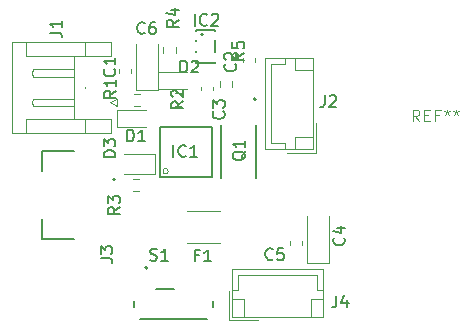
<source format=gbr>
%TF.GenerationSoftware,KiCad,Pcbnew,7.0.6*%
%TF.CreationDate,2023-09-18T21:36:18+08:00*%
%TF.ProjectId,UPS_Lite_Pi_Zero_Form,5550535f-4c69-4746-955f-50695f5a6572,rev?*%
%TF.SameCoordinates,Original*%
%TF.FileFunction,Legend,Top*%
%TF.FilePolarity,Positive*%
%FSLAX46Y46*%
G04 Gerber Fmt 4.6, Leading zero omitted, Abs format (unit mm)*
G04 Created by KiCad (PCBNEW 7.0.6) date 2023-09-18 21:36:18*
%MOMM*%
%LPD*%
G01*
G04 APERTURE LIST*
%ADD10C,0.150000*%
%ADD11C,0.200000*%
%ADD12C,0.100000*%
%ADD13C,0.254000*%
%ADD14C,0.120000*%
%ADD15C,0.127000*%
%ADD16C,0.152400*%
G04 APERTURE END LIST*
D10*
X89904819Y-105416666D02*
X89428628Y-105749999D01*
X89904819Y-105988094D02*
X88904819Y-105988094D01*
X88904819Y-105988094D02*
X88904819Y-105607142D01*
X88904819Y-105607142D02*
X88952438Y-105511904D01*
X88952438Y-105511904D02*
X89000057Y-105464285D01*
X89000057Y-105464285D02*
X89095295Y-105416666D01*
X89095295Y-105416666D02*
X89238152Y-105416666D01*
X89238152Y-105416666D02*
X89333390Y-105464285D01*
X89333390Y-105464285D02*
X89381009Y-105511904D01*
X89381009Y-105511904D02*
X89428628Y-105607142D01*
X89428628Y-105607142D02*
X89428628Y-105988094D01*
X88904819Y-105083332D02*
X88904819Y-104464285D01*
X88904819Y-104464285D02*
X89285771Y-104797618D01*
X89285771Y-104797618D02*
X89285771Y-104654761D01*
X89285771Y-104654761D02*
X89333390Y-104559523D01*
X89333390Y-104559523D02*
X89381009Y-104511904D01*
X89381009Y-104511904D02*
X89476247Y-104464285D01*
X89476247Y-104464285D02*
X89714342Y-104464285D01*
X89714342Y-104464285D02*
X89809580Y-104511904D01*
X89809580Y-104511904D02*
X89857200Y-104559523D01*
X89857200Y-104559523D02*
X89904819Y-104654761D01*
X89904819Y-104654761D02*
X89904819Y-104940475D01*
X89904819Y-104940475D02*
X89857200Y-105035713D01*
X89857200Y-105035713D02*
X89809580Y-105083332D01*
D11*
X100547457Y-100695238D02*
X100499838Y-100790476D01*
X100499838Y-100790476D02*
X100404600Y-100885714D01*
X100404600Y-100885714D02*
X100261742Y-101028571D01*
X100261742Y-101028571D02*
X100214123Y-101123809D01*
X100214123Y-101123809D02*
X100214123Y-101219047D01*
X100452219Y-101171428D02*
X100404600Y-101266666D01*
X100404600Y-101266666D02*
X100309361Y-101361904D01*
X100309361Y-101361904D02*
X100118885Y-101409523D01*
X100118885Y-101409523D02*
X99785552Y-101409523D01*
X99785552Y-101409523D02*
X99595076Y-101361904D01*
X99595076Y-101361904D02*
X99499838Y-101266666D01*
X99499838Y-101266666D02*
X99452219Y-101171428D01*
X99452219Y-101171428D02*
X99452219Y-100980952D01*
X99452219Y-100980952D02*
X99499838Y-100885714D01*
X99499838Y-100885714D02*
X99595076Y-100790476D01*
X99595076Y-100790476D02*
X99785552Y-100742857D01*
X99785552Y-100742857D02*
X100118885Y-100742857D01*
X100118885Y-100742857D02*
X100309361Y-100790476D01*
X100309361Y-100790476D02*
X100404600Y-100885714D01*
X100404600Y-100885714D02*
X100452219Y-100980952D01*
X100452219Y-100980952D02*
X100452219Y-101171428D01*
X100452219Y-99790476D02*
X100452219Y-100361904D01*
X100452219Y-100076190D02*
X99452219Y-100076190D01*
X99452219Y-100076190D02*
X99595076Y-100171428D01*
X99595076Y-100171428D02*
X99690314Y-100266666D01*
X99690314Y-100266666D02*
X99737933Y-100361904D01*
D10*
X89504819Y-101188094D02*
X88504819Y-101188094D01*
X88504819Y-101188094D02*
X88504819Y-100949999D01*
X88504819Y-100949999D02*
X88552438Y-100807142D01*
X88552438Y-100807142D02*
X88647676Y-100711904D01*
X88647676Y-100711904D02*
X88742914Y-100664285D01*
X88742914Y-100664285D02*
X88933390Y-100616666D01*
X88933390Y-100616666D02*
X89076247Y-100616666D01*
X89076247Y-100616666D02*
X89266723Y-100664285D01*
X89266723Y-100664285D02*
X89361961Y-100711904D01*
X89361961Y-100711904D02*
X89457200Y-100807142D01*
X89457200Y-100807142D02*
X89504819Y-100949999D01*
X89504819Y-100949999D02*
X89504819Y-101188094D01*
X88504819Y-100283332D02*
X88504819Y-99664285D01*
X88504819Y-99664285D02*
X88885771Y-99997618D01*
X88885771Y-99997618D02*
X88885771Y-99854761D01*
X88885771Y-99854761D02*
X88933390Y-99759523D01*
X88933390Y-99759523D02*
X88981009Y-99711904D01*
X88981009Y-99711904D02*
X89076247Y-99664285D01*
X89076247Y-99664285D02*
X89314342Y-99664285D01*
X89314342Y-99664285D02*
X89409580Y-99711904D01*
X89409580Y-99711904D02*
X89457200Y-99759523D01*
X89457200Y-99759523D02*
X89504819Y-99854761D01*
X89504819Y-99854761D02*
X89504819Y-100140475D01*
X89504819Y-100140475D02*
X89457200Y-100235713D01*
X89457200Y-100235713D02*
X89409580Y-100283332D01*
X89554819Y-95566666D02*
X89078628Y-95899999D01*
X89554819Y-96138094D02*
X88554819Y-96138094D01*
X88554819Y-96138094D02*
X88554819Y-95757142D01*
X88554819Y-95757142D02*
X88602438Y-95661904D01*
X88602438Y-95661904D02*
X88650057Y-95614285D01*
X88650057Y-95614285D02*
X88745295Y-95566666D01*
X88745295Y-95566666D02*
X88888152Y-95566666D01*
X88888152Y-95566666D02*
X88983390Y-95614285D01*
X88983390Y-95614285D02*
X89031009Y-95661904D01*
X89031009Y-95661904D02*
X89078628Y-95757142D01*
X89078628Y-95757142D02*
X89078628Y-96138094D01*
X89554819Y-94614285D02*
X89554819Y-95185713D01*
X89554819Y-94899999D02*
X88554819Y-94899999D01*
X88554819Y-94899999D02*
X88697676Y-94995237D01*
X88697676Y-94995237D02*
X88792914Y-95090475D01*
X88792914Y-95090475D02*
X88840533Y-95185713D01*
X95254819Y-96466666D02*
X94778628Y-96799999D01*
X95254819Y-97038094D02*
X94254819Y-97038094D01*
X94254819Y-97038094D02*
X94254819Y-96657142D01*
X94254819Y-96657142D02*
X94302438Y-96561904D01*
X94302438Y-96561904D02*
X94350057Y-96514285D01*
X94350057Y-96514285D02*
X94445295Y-96466666D01*
X94445295Y-96466666D02*
X94588152Y-96466666D01*
X94588152Y-96466666D02*
X94683390Y-96514285D01*
X94683390Y-96514285D02*
X94731009Y-96561904D01*
X94731009Y-96561904D02*
X94778628Y-96657142D01*
X94778628Y-96657142D02*
X94778628Y-97038094D01*
X94350057Y-96085713D02*
X94302438Y-96038094D01*
X94302438Y-96038094D02*
X94254819Y-95942856D01*
X94254819Y-95942856D02*
X94254819Y-95704761D01*
X94254819Y-95704761D02*
X94302438Y-95609523D01*
X94302438Y-95609523D02*
X94350057Y-95561904D01*
X94350057Y-95561904D02*
X94445295Y-95514285D01*
X94445295Y-95514285D02*
X94540533Y-95514285D01*
X94540533Y-95514285D02*
X94683390Y-95561904D01*
X94683390Y-95561904D02*
X95254819Y-96133332D01*
X95254819Y-96133332D02*
X95254819Y-95514285D01*
X89409580Y-93716666D02*
X89457200Y-93764285D01*
X89457200Y-93764285D02*
X89504819Y-93907142D01*
X89504819Y-93907142D02*
X89504819Y-94002380D01*
X89504819Y-94002380D02*
X89457200Y-94145237D01*
X89457200Y-94145237D02*
X89361961Y-94240475D01*
X89361961Y-94240475D02*
X89266723Y-94288094D01*
X89266723Y-94288094D02*
X89076247Y-94335713D01*
X89076247Y-94335713D02*
X88933390Y-94335713D01*
X88933390Y-94335713D02*
X88742914Y-94288094D01*
X88742914Y-94288094D02*
X88647676Y-94240475D01*
X88647676Y-94240475D02*
X88552438Y-94145237D01*
X88552438Y-94145237D02*
X88504819Y-94002380D01*
X88504819Y-94002380D02*
X88504819Y-93907142D01*
X88504819Y-93907142D02*
X88552438Y-93764285D01*
X88552438Y-93764285D02*
X88600057Y-93716666D01*
X89504819Y-92764285D02*
X89504819Y-93335713D01*
X89504819Y-93049999D02*
X88504819Y-93049999D01*
X88504819Y-93049999D02*
X88647676Y-93145237D01*
X88647676Y-93145237D02*
X88742914Y-93240475D01*
X88742914Y-93240475D02*
X88790533Y-93335713D01*
X98659580Y-97316666D02*
X98707200Y-97364285D01*
X98707200Y-97364285D02*
X98754819Y-97507142D01*
X98754819Y-97507142D02*
X98754819Y-97602380D01*
X98754819Y-97602380D02*
X98707200Y-97745237D01*
X98707200Y-97745237D02*
X98611961Y-97840475D01*
X98611961Y-97840475D02*
X98516723Y-97888094D01*
X98516723Y-97888094D02*
X98326247Y-97935713D01*
X98326247Y-97935713D02*
X98183390Y-97935713D01*
X98183390Y-97935713D02*
X97992914Y-97888094D01*
X97992914Y-97888094D02*
X97897676Y-97840475D01*
X97897676Y-97840475D02*
X97802438Y-97745237D01*
X97802438Y-97745237D02*
X97754819Y-97602380D01*
X97754819Y-97602380D02*
X97754819Y-97507142D01*
X97754819Y-97507142D02*
X97802438Y-97364285D01*
X97802438Y-97364285D02*
X97850057Y-97316666D01*
X97754819Y-96983332D02*
X97754819Y-96364285D01*
X97754819Y-96364285D02*
X98135771Y-96697618D01*
X98135771Y-96697618D02*
X98135771Y-96554761D01*
X98135771Y-96554761D02*
X98183390Y-96459523D01*
X98183390Y-96459523D02*
X98231009Y-96411904D01*
X98231009Y-96411904D02*
X98326247Y-96364285D01*
X98326247Y-96364285D02*
X98564342Y-96364285D01*
X98564342Y-96364285D02*
X98659580Y-96411904D01*
X98659580Y-96411904D02*
X98707200Y-96459523D01*
X98707200Y-96459523D02*
X98754819Y-96554761D01*
X98754819Y-96554761D02*
X98754819Y-96840475D01*
X98754819Y-96840475D02*
X98707200Y-96935713D01*
X98707200Y-96935713D02*
X98659580Y-96983332D01*
X108216666Y-112904819D02*
X108216666Y-113619104D01*
X108216666Y-113619104D02*
X108169047Y-113761961D01*
X108169047Y-113761961D02*
X108073809Y-113857200D01*
X108073809Y-113857200D02*
X107930952Y-113904819D01*
X107930952Y-113904819D02*
X107835714Y-113904819D01*
X109121428Y-113238152D02*
X109121428Y-113904819D01*
X108883333Y-112857200D02*
X108645238Y-113571485D01*
X108645238Y-113571485D02*
X109264285Y-113571485D01*
X88254819Y-109733333D02*
X88969104Y-109733333D01*
X88969104Y-109733333D02*
X89111961Y-109780952D01*
X89111961Y-109780952D02*
X89207200Y-109876190D01*
X89207200Y-109876190D02*
X89254819Y-110019047D01*
X89254819Y-110019047D02*
X89254819Y-110114285D01*
X88254819Y-109352380D02*
X88254819Y-108733333D01*
X88254819Y-108733333D02*
X88635771Y-109066666D01*
X88635771Y-109066666D02*
X88635771Y-108923809D01*
X88635771Y-108923809D02*
X88683390Y-108828571D01*
X88683390Y-108828571D02*
X88731009Y-108780952D01*
X88731009Y-108780952D02*
X88826247Y-108733333D01*
X88826247Y-108733333D02*
X89064342Y-108733333D01*
X89064342Y-108733333D02*
X89159580Y-108780952D01*
X89159580Y-108780952D02*
X89207200Y-108828571D01*
X89207200Y-108828571D02*
X89254819Y-108923809D01*
X89254819Y-108923809D02*
X89254819Y-109209523D01*
X89254819Y-109209523D02*
X89207200Y-109304761D01*
X89207200Y-109304761D02*
X89159580Y-109352380D01*
X94854819Y-89566666D02*
X94378628Y-89899999D01*
X94854819Y-90138094D02*
X93854819Y-90138094D01*
X93854819Y-90138094D02*
X93854819Y-89757142D01*
X93854819Y-89757142D02*
X93902438Y-89661904D01*
X93902438Y-89661904D02*
X93950057Y-89614285D01*
X93950057Y-89614285D02*
X94045295Y-89566666D01*
X94045295Y-89566666D02*
X94188152Y-89566666D01*
X94188152Y-89566666D02*
X94283390Y-89614285D01*
X94283390Y-89614285D02*
X94331009Y-89661904D01*
X94331009Y-89661904D02*
X94378628Y-89757142D01*
X94378628Y-89757142D02*
X94378628Y-90138094D01*
X94188152Y-88709523D02*
X94854819Y-88709523D01*
X93807200Y-88947618D02*
X94521485Y-89185713D01*
X94521485Y-89185713D02*
X94521485Y-88566666D01*
D11*
X96223810Y-90052219D02*
X96223810Y-89052219D01*
X97271428Y-89956980D02*
X97223809Y-90004600D01*
X97223809Y-90004600D02*
X97080952Y-90052219D01*
X97080952Y-90052219D02*
X96985714Y-90052219D01*
X96985714Y-90052219D02*
X96842857Y-90004600D01*
X96842857Y-90004600D02*
X96747619Y-89909361D01*
X96747619Y-89909361D02*
X96700000Y-89814123D01*
X96700000Y-89814123D02*
X96652381Y-89623647D01*
X96652381Y-89623647D02*
X96652381Y-89480790D01*
X96652381Y-89480790D02*
X96700000Y-89290314D01*
X96700000Y-89290314D02*
X96747619Y-89195076D01*
X96747619Y-89195076D02*
X96842857Y-89099838D01*
X96842857Y-89099838D02*
X96985714Y-89052219D01*
X96985714Y-89052219D02*
X97080952Y-89052219D01*
X97080952Y-89052219D02*
X97223809Y-89099838D01*
X97223809Y-89099838D02*
X97271428Y-89147457D01*
X97652381Y-89147457D02*
X97700000Y-89099838D01*
X97700000Y-89099838D02*
X97795238Y-89052219D01*
X97795238Y-89052219D02*
X98033333Y-89052219D01*
X98033333Y-89052219D02*
X98128571Y-89099838D01*
X98128571Y-89099838D02*
X98176190Y-89147457D01*
X98176190Y-89147457D02*
X98223809Y-89242695D01*
X98223809Y-89242695D02*
X98223809Y-89337933D01*
X98223809Y-89337933D02*
X98176190Y-89480790D01*
X98176190Y-89480790D02*
X97604762Y-90052219D01*
X97604762Y-90052219D02*
X98223809Y-90052219D01*
D10*
X91983333Y-90659580D02*
X91935714Y-90707200D01*
X91935714Y-90707200D02*
X91792857Y-90754819D01*
X91792857Y-90754819D02*
X91697619Y-90754819D01*
X91697619Y-90754819D02*
X91554762Y-90707200D01*
X91554762Y-90707200D02*
X91459524Y-90611961D01*
X91459524Y-90611961D02*
X91411905Y-90516723D01*
X91411905Y-90516723D02*
X91364286Y-90326247D01*
X91364286Y-90326247D02*
X91364286Y-90183390D01*
X91364286Y-90183390D02*
X91411905Y-89992914D01*
X91411905Y-89992914D02*
X91459524Y-89897676D01*
X91459524Y-89897676D02*
X91554762Y-89802438D01*
X91554762Y-89802438D02*
X91697619Y-89754819D01*
X91697619Y-89754819D02*
X91792857Y-89754819D01*
X91792857Y-89754819D02*
X91935714Y-89802438D01*
X91935714Y-89802438D02*
X91983333Y-89850057D01*
X92840476Y-89754819D02*
X92650000Y-89754819D01*
X92650000Y-89754819D02*
X92554762Y-89802438D01*
X92554762Y-89802438D02*
X92507143Y-89850057D01*
X92507143Y-89850057D02*
X92411905Y-89992914D01*
X92411905Y-89992914D02*
X92364286Y-90183390D01*
X92364286Y-90183390D02*
X92364286Y-90564342D01*
X92364286Y-90564342D02*
X92411905Y-90659580D01*
X92411905Y-90659580D02*
X92459524Y-90707200D01*
X92459524Y-90707200D02*
X92554762Y-90754819D01*
X92554762Y-90754819D02*
X92745238Y-90754819D01*
X92745238Y-90754819D02*
X92840476Y-90707200D01*
X92840476Y-90707200D02*
X92888095Y-90659580D01*
X92888095Y-90659580D02*
X92935714Y-90564342D01*
X92935714Y-90564342D02*
X92935714Y-90326247D01*
X92935714Y-90326247D02*
X92888095Y-90231009D01*
X92888095Y-90231009D02*
X92840476Y-90183390D01*
X92840476Y-90183390D02*
X92745238Y-90135771D01*
X92745238Y-90135771D02*
X92554762Y-90135771D01*
X92554762Y-90135771D02*
X92459524Y-90183390D01*
X92459524Y-90183390D02*
X92411905Y-90231009D01*
X92411905Y-90231009D02*
X92364286Y-90326247D01*
X99649580Y-93306666D02*
X99697200Y-93354285D01*
X99697200Y-93354285D02*
X99744819Y-93497142D01*
X99744819Y-93497142D02*
X99744819Y-93592380D01*
X99744819Y-93592380D02*
X99697200Y-93735237D01*
X99697200Y-93735237D02*
X99601961Y-93830475D01*
X99601961Y-93830475D02*
X99506723Y-93878094D01*
X99506723Y-93878094D02*
X99316247Y-93925713D01*
X99316247Y-93925713D02*
X99173390Y-93925713D01*
X99173390Y-93925713D02*
X98982914Y-93878094D01*
X98982914Y-93878094D02*
X98887676Y-93830475D01*
X98887676Y-93830475D02*
X98792438Y-93735237D01*
X98792438Y-93735237D02*
X98744819Y-93592380D01*
X98744819Y-93592380D02*
X98744819Y-93497142D01*
X98744819Y-93497142D02*
X98792438Y-93354285D01*
X98792438Y-93354285D02*
X98840057Y-93306666D01*
X98840057Y-92925713D02*
X98792438Y-92878094D01*
X98792438Y-92878094D02*
X98744819Y-92782856D01*
X98744819Y-92782856D02*
X98744819Y-92544761D01*
X98744819Y-92544761D02*
X98792438Y-92449523D01*
X98792438Y-92449523D02*
X98840057Y-92401904D01*
X98840057Y-92401904D02*
X98935295Y-92354285D01*
X98935295Y-92354285D02*
X99030533Y-92354285D01*
X99030533Y-92354285D02*
X99173390Y-92401904D01*
X99173390Y-92401904D02*
X99744819Y-92973332D01*
X99744819Y-92973332D02*
X99744819Y-92354285D01*
D12*
X115250776Y-98157419D02*
X114917443Y-97681228D01*
X114679348Y-98157419D02*
X114679348Y-97157419D01*
X114679348Y-97157419D02*
X115060300Y-97157419D01*
X115060300Y-97157419D02*
X115155538Y-97205038D01*
X115155538Y-97205038D02*
X115203157Y-97252657D01*
X115203157Y-97252657D02*
X115250776Y-97347895D01*
X115250776Y-97347895D02*
X115250776Y-97490752D01*
X115250776Y-97490752D02*
X115203157Y-97585990D01*
X115203157Y-97585990D02*
X115155538Y-97633609D01*
X115155538Y-97633609D02*
X115060300Y-97681228D01*
X115060300Y-97681228D02*
X114679348Y-97681228D01*
X115679348Y-97633609D02*
X116012681Y-97633609D01*
X116155538Y-98157419D02*
X115679348Y-98157419D01*
X115679348Y-98157419D02*
X115679348Y-97157419D01*
X115679348Y-97157419D02*
X116155538Y-97157419D01*
X116917443Y-97633609D02*
X116584110Y-97633609D01*
X116584110Y-98157419D02*
X116584110Y-97157419D01*
X116584110Y-97157419D02*
X117060300Y-97157419D01*
X117584110Y-97157419D02*
X117584110Y-97395514D01*
X117346015Y-97300276D02*
X117584110Y-97395514D01*
X117584110Y-97395514D02*
X117822205Y-97300276D01*
X117441253Y-97585990D02*
X117584110Y-97395514D01*
X117584110Y-97395514D02*
X117726967Y-97585990D01*
X118346015Y-97157419D02*
X118346015Y-97395514D01*
X118107920Y-97300276D02*
X118346015Y-97395514D01*
X118346015Y-97395514D02*
X118584110Y-97300276D01*
X118203158Y-97585990D02*
X118346015Y-97395514D01*
X118346015Y-97395514D02*
X118488872Y-97585990D01*
D13*
D10*
X90511905Y-99854819D02*
X90511905Y-98854819D01*
X90511905Y-98854819D02*
X90750000Y-98854819D01*
X90750000Y-98854819D02*
X90892857Y-98902438D01*
X90892857Y-98902438D02*
X90988095Y-98997676D01*
X90988095Y-98997676D02*
X91035714Y-99092914D01*
X91035714Y-99092914D02*
X91083333Y-99283390D01*
X91083333Y-99283390D02*
X91083333Y-99426247D01*
X91083333Y-99426247D02*
X91035714Y-99616723D01*
X91035714Y-99616723D02*
X90988095Y-99711961D01*
X90988095Y-99711961D02*
X90892857Y-99807200D01*
X90892857Y-99807200D02*
X90750000Y-99854819D01*
X90750000Y-99854819D02*
X90511905Y-99854819D01*
X92035714Y-99854819D02*
X91464286Y-99854819D01*
X91750000Y-99854819D02*
X91750000Y-98854819D01*
X91750000Y-98854819D02*
X91654762Y-98997676D01*
X91654762Y-98997676D02*
X91559524Y-99092914D01*
X91559524Y-99092914D02*
X91464286Y-99140533D01*
X100404819Y-92366666D02*
X99928628Y-92699999D01*
X100404819Y-92938094D02*
X99404819Y-92938094D01*
X99404819Y-92938094D02*
X99404819Y-92557142D01*
X99404819Y-92557142D02*
X99452438Y-92461904D01*
X99452438Y-92461904D02*
X99500057Y-92414285D01*
X99500057Y-92414285D02*
X99595295Y-92366666D01*
X99595295Y-92366666D02*
X99738152Y-92366666D01*
X99738152Y-92366666D02*
X99833390Y-92414285D01*
X99833390Y-92414285D02*
X99881009Y-92461904D01*
X99881009Y-92461904D02*
X99928628Y-92557142D01*
X99928628Y-92557142D02*
X99928628Y-92938094D01*
X99404819Y-91461904D02*
X99404819Y-91938094D01*
X99404819Y-91938094D02*
X99881009Y-91985713D01*
X99881009Y-91985713D02*
X99833390Y-91938094D01*
X99833390Y-91938094D02*
X99785771Y-91842856D01*
X99785771Y-91842856D02*
X99785771Y-91604761D01*
X99785771Y-91604761D02*
X99833390Y-91509523D01*
X99833390Y-91509523D02*
X99881009Y-91461904D01*
X99881009Y-91461904D02*
X99976247Y-91414285D01*
X99976247Y-91414285D02*
X100214342Y-91414285D01*
X100214342Y-91414285D02*
X100309580Y-91461904D01*
X100309580Y-91461904D02*
X100357200Y-91509523D01*
X100357200Y-91509523D02*
X100404819Y-91604761D01*
X100404819Y-91604761D02*
X100404819Y-91842856D01*
X100404819Y-91842856D02*
X100357200Y-91938094D01*
X100357200Y-91938094D02*
X100309580Y-91985713D01*
X107216666Y-95954819D02*
X107216666Y-96669104D01*
X107216666Y-96669104D02*
X107169047Y-96811961D01*
X107169047Y-96811961D02*
X107073809Y-96907200D01*
X107073809Y-96907200D02*
X106930952Y-96954819D01*
X106930952Y-96954819D02*
X106835714Y-96954819D01*
X107645238Y-96050057D02*
X107692857Y-96002438D01*
X107692857Y-96002438D02*
X107788095Y-95954819D01*
X107788095Y-95954819D02*
X108026190Y-95954819D01*
X108026190Y-95954819D02*
X108121428Y-96002438D01*
X108121428Y-96002438D02*
X108169047Y-96050057D01*
X108169047Y-96050057D02*
X108216666Y-96145295D01*
X108216666Y-96145295D02*
X108216666Y-96240533D01*
X108216666Y-96240533D02*
X108169047Y-96383390D01*
X108169047Y-96383390D02*
X107597619Y-96954819D01*
X107597619Y-96954819D02*
X108216666Y-96954819D01*
X83954819Y-90633333D02*
X84669104Y-90633333D01*
X84669104Y-90633333D02*
X84811961Y-90680952D01*
X84811961Y-90680952D02*
X84907200Y-90776190D01*
X84907200Y-90776190D02*
X84954819Y-90919047D01*
X84954819Y-90919047D02*
X84954819Y-91014285D01*
X84954819Y-89633333D02*
X84954819Y-90204761D01*
X84954819Y-89919047D02*
X83954819Y-89919047D01*
X83954819Y-89919047D02*
X84097676Y-90014285D01*
X84097676Y-90014285D02*
X84192914Y-90109523D01*
X84192914Y-90109523D02*
X84240533Y-90204761D01*
X96566666Y-109481009D02*
X96233333Y-109481009D01*
X96233333Y-110004819D02*
X96233333Y-109004819D01*
X96233333Y-109004819D02*
X96709523Y-109004819D01*
X97614285Y-110004819D02*
X97042857Y-110004819D01*
X97328571Y-110004819D02*
X97328571Y-109004819D01*
X97328571Y-109004819D02*
X97233333Y-109147676D01*
X97233333Y-109147676D02*
X97138095Y-109242914D01*
X97138095Y-109242914D02*
X97042857Y-109290533D01*
X95011905Y-94004819D02*
X95011905Y-93004819D01*
X95011905Y-93004819D02*
X95250000Y-93004819D01*
X95250000Y-93004819D02*
X95392857Y-93052438D01*
X95392857Y-93052438D02*
X95488095Y-93147676D01*
X95488095Y-93147676D02*
X95535714Y-93242914D01*
X95535714Y-93242914D02*
X95583333Y-93433390D01*
X95583333Y-93433390D02*
X95583333Y-93576247D01*
X95583333Y-93576247D02*
X95535714Y-93766723D01*
X95535714Y-93766723D02*
X95488095Y-93861961D01*
X95488095Y-93861961D02*
X95392857Y-93957200D01*
X95392857Y-93957200D02*
X95250000Y-94004819D01*
X95250000Y-94004819D02*
X95011905Y-94004819D01*
X95964286Y-93100057D02*
X96011905Y-93052438D01*
X96011905Y-93052438D02*
X96107143Y-93004819D01*
X96107143Y-93004819D02*
X96345238Y-93004819D01*
X96345238Y-93004819D02*
X96440476Y-93052438D01*
X96440476Y-93052438D02*
X96488095Y-93100057D01*
X96488095Y-93100057D02*
X96535714Y-93195295D01*
X96535714Y-93195295D02*
X96535714Y-93290533D01*
X96535714Y-93290533D02*
X96488095Y-93433390D01*
X96488095Y-93433390D02*
X95916667Y-94004819D01*
X95916667Y-94004819D02*
X96535714Y-94004819D01*
X92453095Y-109896200D02*
X92595952Y-109943819D01*
X92595952Y-109943819D02*
X92834047Y-109943819D01*
X92834047Y-109943819D02*
X92929285Y-109896200D01*
X92929285Y-109896200D02*
X92976904Y-109848580D01*
X92976904Y-109848580D02*
X93024523Y-109753342D01*
X93024523Y-109753342D02*
X93024523Y-109658104D01*
X93024523Y-109658104D02*
X92976904Y-109562866D01*
X92976904Y-109562866D02*
X92929285Y-109515247D01*
X92929285Y-109515247D02*
X92834047Y-109467628D01*
X92834047Y-109467628D02*
X92643571Y-109420009D01*
X92643571Y-109420009D02*
X92548333Y-109372390D01*
X92548333Y-109372390D02*
X92500714Y-109324771D01*
X92500714Y-109324771D02*
X92453095Y-109229533D01*
X92453095Y-109229533D02*
X92453095Y-109134295D01*
X92453095Y-109134295D02*
X92500714Y-109039057D01*
X92500714Y-109039057D02*
X92548333Y-108991438D01*
X92548333Y-108991438D02*
X92643571Y-108943819D01*
X92643571Y-108943819D02*
X92881666Y-108943819D01*
X92881666Y-108943819D02*
X93024523Y-108991438D01*
X93976904Y-109943819D02*
X93405476Y-109943819D01*
X93691190Y-109943819D02*
X93691190Y-108943819D01*
X93691190Y-108943819D02*
X93595952Y-109086676D01*
X93595952Y-109086676D02*
X93500714Y-109181914D01*
X93500714Y-109181914D02*
X93405476Y-109229533D01*
X102833333Y-109809580D02*
X102785714Y-109857200D01*
X102785714Y-109857200D02*
X102642857Y-109904819D01*
X102642857Y-109904819D02*
X102547619Y-109904819D01*
X102547619Y-109904819D02*
X102404762Y-109857200D01*
X102404762Y-109857200D02*
X102309524Y-109761961D01*
X102309524Y-109761961D02*
X102261905Y-109666723D01*
X102261905Y-109666723D02*
X102214286Y-109476247D01*
X102214286Y-109476247D02*
X102214286Y-109333390D01*
X102214286Y-109333390D02*
X102261905Y-109142914D01*
X102261905Y-109142914D02*
X102309524Y-109047676D01*
X102309524Y-109047676D02*
X102404762Y-108952438D01*
X102404762Y-108952438D02*
X102547619Y-108904819D01*
X102547619Y-108904819D02*
X102642857Y-108904819D01*
X102642857Y-108904819D02*
X102785714Y-108952438D01*
X102785714Y-108952438D02*
X102833333Y-109000057D01*
X103738095Y-108904819D02*
X103261905Y-108904819D01*
X103261905Y-108904819D02*
X103214286Y-109381009D01*
X103214286Y-109381009D02*
X103261905Y-109333390D01*
X103261905Y-109333390D02*
X103357143Y-109285771D01*
X103357143Y-109285771D02*
X103595238Y-109285771D01*
X103595238Y-109285771D02*
X103690476Y-109333390D01*
X103690476Y-109333390D02*
X103738095Y-109381009D01*
X103738095Y-109381009D02*
X103785714Y-109476247D01*
X103785714Y-109476247D02*
X103785714Y-109714342D01*
X103785714Y-109714342D02*
X103738095Y-109809580D01*
X103738095Y-109809580D02*
X103690476Y-109857200D01*
X103690476Y-109857200D02*
X103595238Y-109904819D01*
X103595238Y-109904819D02*
X103357143Y-109904819D01*
X103357143Y-109904819D02*
X103261905Y-109857200D01*
X103261905Y-109857200D02*
X103214286Y-109809580D01*
X108859580Y-108016666D02*
X108907200Y-108064285D01*
X108907200Y-108064285D02*
X108954819Y-108207142D01*
X108954819Y-108207142D02*
X108954819Y-108302380D01*
X108954819Y-108302380D02*
X108907200Y-108445237D01*
X108907200Y-108445237D02*
X108811961Y-108540475D01*
X108811961Y-108540475D02*
X108716723Y-108588094D01*
X108716723Y-108588094D02*
X108526247Y-108635713D01*
X108526247Y-108635713D02*
X108383390Y-108635713D01*
X108383390Y-108635713D02*
X108192914Y-108588094D01*
X108192914Y-108588094D02*
X108097676Y-108540475D01*
X108097676Y-108540475D02*
X108002438Y-108445237D01*
X108002438Y-108445237D02*
X107954819Y-108302380D01*
X107954819Y-108302380D02*
X107954819Y-108207142D01*
X107954819Y-108207142D02*
X108002438Y-108064285D01*
X108002438Y-108064285D02*
X108050057Y-108016666D01*
X108288152Y-107159523D02*
X108954819Y-107159523D01*
X107907200Y-107397618D02*
X108621485Y-107635713D01*
X108621485Y-107635713D02*
X108621485Y-107016666D01*
D11*
X94423533Y-101152350D02*
X94423533Y-100152067D01*
X95471448Y-101057085D02*
X95423816Y-101104718D01*
X95423816Y-101104718D02*
X95280918Y-101152350D01*
X95280918Y-101152350D02*
X95185653Y-101152350D01*
X95185653Y-101152350D02*
X95042756Y-101104718D01*
X95042756Y-101104718D02*
X94947491Y-101009452D01*
X94947491Y-101009452D02*
X94899858Y-100914187D01*
X94899858Y-100914187D02*
X94852226Y-100723657D01*
X94852226Y-100723657D02*
X94852226Y-100580760D01*
X94852226Y-100580760D02*
X94899858Y-100390230D01*
X94899858Y-100390230D02*
X94947491Y-100294965D01*
X94947491Y-100294965D02*
X95042756Y-100199700D01*
X95042756Y-100199700D02*
X95185653Y-100152067D01*
X95185653Y-100152067D02*
X95280918Y-100152067D01*
X95280918Y-100152067D02*
X95423816Y-100199700D01*
X95423816Y-100199700D02*
X95471448Y-100247332D01*
X96424099Y-101152350D02*
X95852509Y-101152350D01*
X96138304Y-101152350D02*
X96138304Y-100152067D01*
X96138304Y-100152067D02*
X96043039Y-100294965D01*
X96043039Y-100294965D02*
X95947774Y-100390230D01*
X95947774Y-100390230D02*
X95852509Y-100437862D01*
D14*
%TO.C,R3*%
X91002776Y-103047500D02*
X91512224Y-103047500D01*
X91002776Y-104092500D02*
X91512224Y-104092500D01*
D15*
%TO.C,Q1*%
X101445000Y-98482500D02*
X101445000Y-102982500D01*
X98415000Y-98482500D02*
X98415000Y-102982500D01*
D11*
X101405000Y-96292500D02*
G75*
G03*
X101405000Y-96292500I-100000J0D01*
G01*
D14*
%TO.C,D3*%
X92870000Y-102620000D02*
X92870000Y-100920000D01*
X92870000Y-102620000D02*
X90210000Y-102620000D01*
X92870000Y-100920000D02*
X90210000Y-100920000D01*
%TO.C,R1*%
X91562224Y-96852500D02*
X91052776Y-96852500D01*
X91562224Y-95807500D02*
X91052776Y-95807500D01*
%TO.C,R2*%
X95024724Y-96832500D02*
X94515276Y-96832500D01*
X95024724Y-95787500D02*
X94515276Y-95787500D01*
%TO.C,C1*%
X89840000Y-94026267D02*
X89840000Y-93733733D01*
X90860000Y-94026267D02*
X90860000Y-93733733D01*
%TO.C,C3*%
X96770000Y-95526267D02*
X96770000Y-95233733D01*
X97790000Y-95526267D02*
X97790000Y-95233733D01*
%TO.C,J4*%
X99090000Y-112510000D02*
X99090000Y-115010000D01*
X99090000Y-115010000D02*
X101590000Y-115010000D01*
X99390000Y-110690000D02*
X99390000Y-114710000D01*
X99390000Y-112400000D02*
X99890000Y-112400000D01*
X99390000Y-113210000D02*
X100390000Y-113210000D01*
X99390000Y-114710000D02*
X107110000Y-114710000D01*
X99890000Y-111190000D02*
X106610000Y-111190000D01*
X99890000Y-112400000D02*
X99890000Y-111190000D01*
X100390000Y-113210000D02*
X100390000Y-114710000D01*
X106110000Y-113210000D02*
X106110000Y-114710000D01*
X106610000Y-111190000D02*
X106610000Y-112400000D01*
X106610000Y-112400000D02*
X107110000Y-112400000D01*
X107110000Y-110690000D02*
X99390000Y-110690000D01*
X107110000Y-113210000D02*
X106110000Y-113210000D01*
X107110000Y-114710000D02*
X107110000Y-110690000D01*
D15*
%TO.C,J3*%
X85985000Y-100640000D02*
X83285000Y-100640000D01*
X83285000Y-100640000D02*
X83285000Y-102395000D01*
X85985000Y-108140000D02*
X83285000Y-108140000D01*
X83285000Y-108140000D02*
X83285000Y-106385000D01*
D11*
X89485000Y-103090000D02*
G75*
G03*
X89485000Y-103090000I-100000J0D01*
G01*
D14*
%TO.C,R4*%
X94622500Y-91837776D02*
X94622500Y-92347224D01*
X93577500Y-91837776D02*
X93577500Y-92347224D01*
D16*
%TO.C,IC2*%
X97970000Y-90378000D02*
X97970000Y-90472000D01*
X96350000Y-90378000D02*
X97970000Y-90378000D01*
X96350000Y-90472000D02*
X96350000Y-90378000D01*
X97970000Y-91278000D02*
X97970000Y-92322000D01*
X96350000Y-91372000D02*
X96350000Y-91278000D01*
X96350000Y-92322000D02*
X96350000Y-92228000D01*
X97970000Y-93128000D02*
X97970000Y-93222000D01*
X97970000Y-93222000D02*
X96350000Y-93222000D01*
X96350000Y-93222000D02*
X96350000Y-93128000D01*
D15*
X96960000Y-90800000D02*
G75*
G03*
X96960000Y-90800000I-100000J0D01*
G01*
D14*
%TO.C,C6*%
X91265000Y-95527500D02*
X93135000Y-95527500D01*
X93135000Y-95527500D02*
X93135000Y-91617500D01*
X91265000Y-91617500D02*
X91265000Y-95527500D01*
%TO.C,C2*%
X100340000Y-93096267D02*
X100340000Y-92803733D01*
X101360000Y-93096267D02*
X101360000Y-92803733D01*
%TO.C,D1*%
X89662500Y-97185000D02*
X89662500Y-98655000D01*
X89662500Y-98655000D02*
X92122500Y-98655000D01*
X92122500Y-97185000D02*
X89662500Y-97185000D01*
%TO.C,R5*%
X99372500Y-94705276D02*
X99372500Y-95214724D01*
X98327500Y-94705276D02*
X98327500Y-95214724D01*
%TO.C,J2*%
X106210000Y-92790000D02*
X102190000Y-92790000D01*
X104710000Y-92790000D02*
X104710000Y-93790000D01*
X102190000Y-92790000D02*
X102190000Y-100510000D01*
X103900000Y-93290000D02*
X103900000Y-92790000D01*
X102690000Y-93290000D02*
X103900000Y-93290000D01*
X104710000Y-93790000D02*
X106210000Y-93790000D01*
X104710000Y-99510000D02*
X106210000Y-99510000D01*
X103900000Y-100010000D02*
X102690000Y-100010000D01*
X102690000Y-100010000D02*
X102690000Y-93290000D01*
X106210000Y-100510000D02*
X106210000Y-92790000D01*
X104710000Y-100510000D02*
X104710000Y-99510000D01*
X103900000Y-100510000D02*
X103900000Y-100010000D01*
X102190000Y-100510000D02*
X106210000Y-100510000D01*
X106510000Y-100810000D02*
X106510000Y-98310000D01*
X104010000Y-100810000D02*
X106510000Y-100810000D01*
%TO.C,J1*%
X80750000Y-99150000D02*
X80750000Y-91430000D01*
X81970000Y-99150000D02*
X81970000Y-97930000D01*
X89170000Y-99150000D02*
X80750000Y-99150000D01*
X81970000Y-97930000D02*
X86970000Y-97930000D01*
X85970000Y-97930000D02*
X85970000Y-92650000D01*
X86970000Y-97930000D02*
X86970000Y-99150000D01*
X86970000Y-97930000D02*
X89170000Y-97930000D01*
X89170000Y-97930000D02*
X89170000Y-99150000D01*
X82550000Y-96860000D02*
X82470000Y-96540000D01*
X85970000Y-96860000D02*
X82550000Y-96860000D01*
X89660000Y-96840000D02*
X89660000Y-96240000D01*
X82470000Y-96540000D02*
X82550000Y-96220000D01*
X85970000Y-96540000D02*
X85970000Y-96860000D01*
X89060000Y-96540000D02*
X89660000Y-96840000D01*
X89660000Y-96240000D02*
X89060000Y-96540000D01*
X82550000Y-96220000D02*
X85970000Y-96220000D01*
X85970000Y-96220000D02*
X85970000Y-96540000D01*
X86970000Y-95370000D02*
X86970000Y-95210000D01*
X82550000Y-94360000D02*
X82470000Y-94040000D01*
X85970000Y-94360000D02*
X82550000Y-94360000D01*
X82470000Y-94040000D02*
X82550000Y-93720000D01*
X85970000Y-94040000D02*
X85970000Y-94360000D01*
X82550000Y-93720000D02*
X85970000Y-93720000D01*
X85970000Y-93720000D02*
X85970000Y-94040000D01*
X81970000Y-92650000D02*
X86970000Y-92650000D01*
X86970000Y-92650000D02*
X86970000Y-91430000D01*
X89170000Y-92650000D02*
X86970000Y-92650000D01*
X80750000Y-91430000D02*
X89170000Y-91430000D01*
X81970000Y-91430000D02*
X81970000Y-92650000D01*
X89170000Y-91430000D02*
X89170000Y-92650000D01*
%TO.C,F1*%
X95567936Y-105760000D02*
X98372064Y-105760000D01*
X95567936Y-108480000D02*
X98372064Y-108480000D01*
%TO.C,D2*%
X93152500Y-93935000D02*
X93152500Y-95405000D01*
X93152500Y-95405000D02*
X95612500Y-95405000D01*
X95612500Y-93935000D02*
X93152500Y-93935000D01*
D15*
%TO.C,S1*%
X91090000Y-113366000D02*
X91090000Y-113874000D01*
X91610000Y-114920000D02*
X97270000Y-114920000D01*
X92940000Y-112320000D02*
X94440000Y-112320000D01*
X97790000Y-113366000D02*
X97790000Y-113874000D01*
D11*
X92211000Y-110549000D02*
G75*
G03*
X92211000Y-110549000I-100000J0D01*
G01*
D14*
%TO.C,C5*%
X104310000Y-108616267D02*
X104310000Y-108323733D01*
X105330000Y-108616267D02*
X105330000Y-108323733D01*
%TO.C,C4*%
X105735000Y-110107500D02*
X107605000Y-110107500D01*
X107605000Y-110107500D02*
X107605000Y-106197500D01*
X105735000Y-106197500D02*
X105735000Y-110107500D01*
D15*
%TO.C,IC1*%
X93260000Y-102870000D02*
X97660000Y-102870000D01*
X97660000Y-102870000D02*
X97660000Y-98670000D01*
X93260000Y-98670000D02*
X93260000Y-102870000D01*
X97660000Y-98670000D02*
X93260000Y-98670000D01*
D12*
X93983606Y-102370000D02*
G75*
G03*
X93983606Y-102370000I-223606J0D01*
G01*
%TD*%
M02*

</source>
